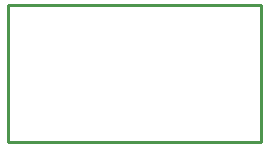
<source format=gbr>
G04 EAGLE Gerber RS-274X export*
G75*
%MOMM*%
%FSLAX34Y34*%
%LPD*%
%IN*%
%IPPOS*%
%AMOC8*
5,1,8,0,0,1.08239X$1,22.5*%
G01*
%ADD10C,0.254000*%


D10*
X0Y0D02*
X214430Y0D01*
X214430Y116080D01*
X0Y116080D01*
X0Y0D01*
M02*

</source>
